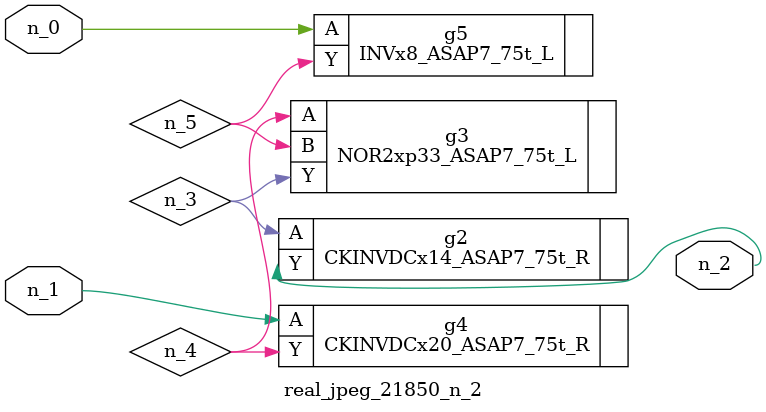
<source format=v>
module real_jpeg_21850_n_2 (n_1, n_0, n_2);

input n_1;
input n_0;

output n_2;

wire n_5;
wire n_4;
wire n_3;

INVx8_ASAP7_75t_L g5 ( 
.A(n_0),
.Y(n_5)
);

CKINVDCx20_ASAP7_75t_R g4 ( 
.A(n_1),
.Y(n_4)
);

CKINVDCx14_ASAP7_75t_R g2 ( 
.A(n_3),
.Y(n_2)
);

NOR2xp33_ASAP7_75t_L g3 ( 
.A(n_4),
.B(n_5),
.Y(n_3)
);


endmodule
</source>
